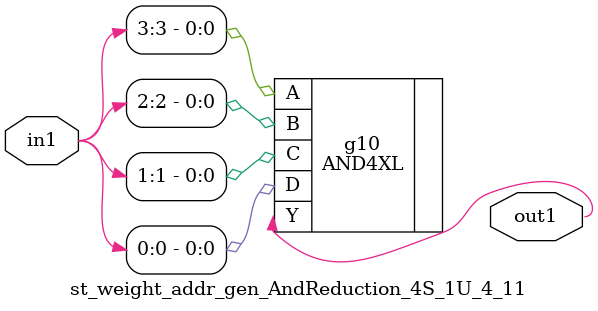
<source format=v>
`timescale 1ps / 1ps


module st_weight_addr_gen_AndReduction_4S_1U_4_11(in1, out1);
  input [3:0] in1;
  output out1;
  wire [3:0] in1;
  wire out1;
  AND4XL g10(.A (in1[3]), .B (in1[2]), .C (in1[1]), .D (in1[0]), .Y
       (out1));
endmodule



</source>
